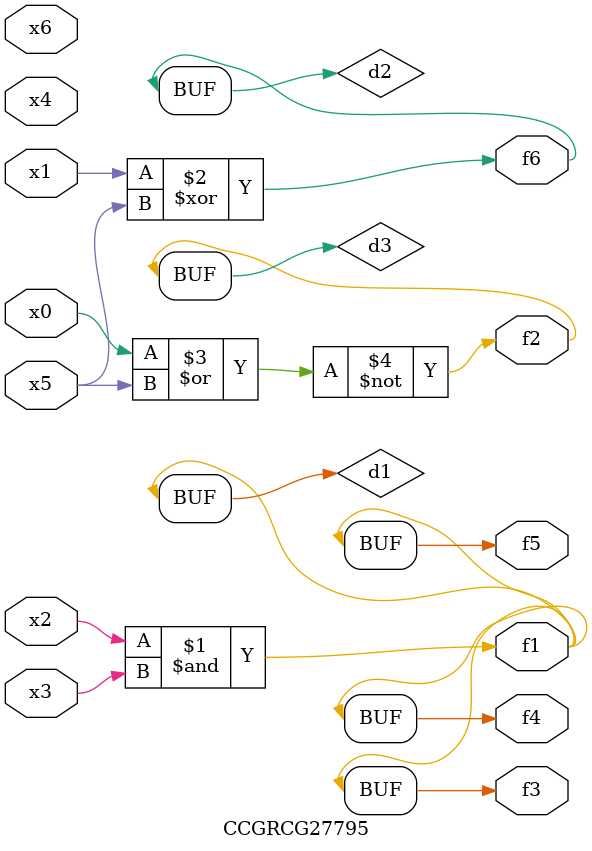
<source format=v>
module CCGRCG27795(
	input x0, x1, x2, x3, x4, x5, x6,
	output f1, f2, f3, f4, f5, f6
);

	wire d1, d2, d3;

	and (d1, x2, x3);
	xor (d2, x1, x5);
	nor (d3, x0, x5);
	assign f1 = d1;
	assign f2 = d3;
	assign f3 = d1;
	assign f4 = d1;
	assign f5 = d1;
	assign f6 = d2;
endmodule

</source>
